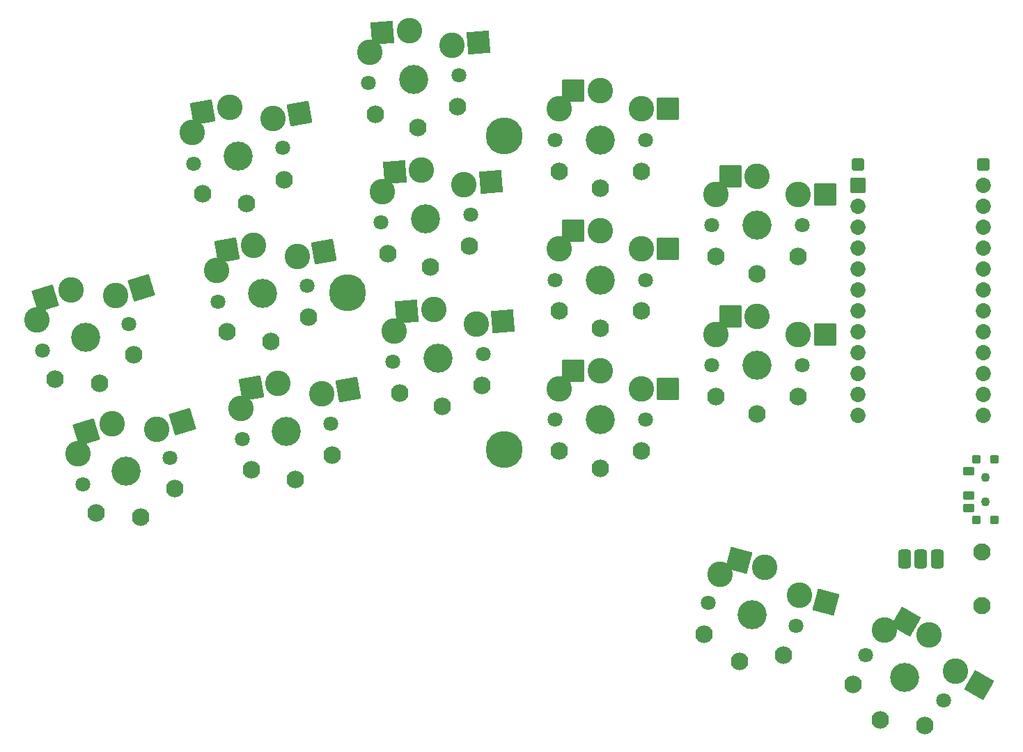
<source format=gbs>
%TF.GenerationSoftware,KiCad,Pcbnew,(6.0.4-0)*%
%TF.CreationDate,2022-04-29T17:53:29+02:00*%
%TF.ProjectId,battamini,62617474-616d-4696-9e69-2e6b69636164,v1.0.0*%
%TF.SameCoordinates,Original*%
%TF.FileFunction,Soldermask,Bot*%
%TF.FilePolarity,Negative*%
%FSLAX46Y46*%
G04 Gerber Fmt 4.6, Leading zero omitted, Abs format (unit mm)*
G04 Created by KiCad (PCBNEW (6.0.4-0)) date 2022-04-29 17:53:29*
%MOMM*%
%LPD*%
G01*
G04 APERTURE LIST*
G04 Aperture macros list*
%AMRoundRect*
0 Rectangle with rounded corners*
0 $1 Rounding radius*
0 $2 $3 $4 $5 $6 $7 $8 $9 X,Y pos of 4 corners*
0 Add a 4 corners polygon primitive as box body*
4,1,4,$2,$3,$4,$5,$6,$7,$8,$9,$2,$3,0*
0 Add four circle primitives for the rounded corners*
1,1,$1+$1,$2,$3*
1,1,$1+$1,$4,$5*
1,1,$1+$1,$6,$7*
1,1,$1+$1,$8,$9*
0 Add four rect primitives between the rounded corners*
20,1,$1+$1,$2,$3,$4,$5,0*
20,1,$1+$1,$4,$5,$6,$7,0*
20,1,$1+$1,$6,$7,$8,$9,0*
20,1,$1+$1,$8,$9,$2,$3,0*%
G04 Aperture macros list end*
%ADD10C,4.500000*%
%ADD11RoundRect,0.425000X-0.375000X-0.750000X0.375000X-0.750000X0.375000X0.750000X-0.375000X0.750000X0*%
%ADD12C,2.100000*%
%ADD13C,3.100000*%
%ADD14C,1.801800*%
%ADD15C,3.529000*%
%ADD16RoundRect,0.050000X-1.054507X-1.505993X1.505993X-1.054507X1.054507X1.505993X-1.505993X1.054507X0*%
%ADD17C,2.132000*%
%ADD18RoundRect,0.050000X-1.181751X-1.408356X1.408356X-1.181751X1.181751X1.408356X-1.408356X1.181751X0*%
%ADD19RoundRect,0.050000X-1.300000X-1.300000X1.300000X-1.300000X1.300000X1.300000X-1.300000X1.300000X0*%
%ADD20RoundRect,0.050000X-1.775833X-0.475833X0.475833X-1.775833X1.775833X0.475833X-0.475833X1.775833X0*%
%ADD21RoundRect,0.050000X-0.450000X0.450000X-0.450000X-0.450000X0.450000X-0.450000X0.450000X0.450000X0*%
%ADD22C,1.100000*%
%ADD23RoundRect,0.050000X-0.625000X0.450000X-0.625000X-0.450000X0.625000X-0.450000X0.625000X0.450000X0*%
%ADD24RoundRect,0.050000X-0.863113X-1.623279X1.623279X-0.863113X0.863113X1.623279X-1.623279X0.863113X0*%
%ADD25RoundRect,0.050000X-1.592168X-0.919239X0.919239X-1.592168X1.592168X0.919239X-0.919239X1.592168X0*%
%ADD26RoundRect,0.050000X-0.876300X0.876300X-0.876300X-0.876300X0.876300X-0.876300X0.876300X0.876300X0*%
%ADD27C,1.852600*%
%ADD28RoundRect,0.425000X-0.375000X-0.375000X0.375000X-0.375000X0.375000X0.375000X-0.375000X0.375000X0*%
G04 APERTURE END LIST*
D10*
%TO.C,REF\u002A\u002A*%
X84733251Y88139120D03*
X103783251Y107189120D03*
X103783251Y69089120D03*
%TD*%
D11*
%TO.C,PAD1*%
X152411087Y55816483D03*
X156411087Y55816483D03*
X154411087Y55816483D03*
%TD*%
D12*
%TO.C,B1*%
X161850000Y50090000D03*
X161850000Y56590000D03*
%TD*%
D13*
%TO.C,S11*%
X75659968Y109306337D03*
X70353903Y110604673D03*
X70353903Y110604673D03*
D14*
X65970667Y103790002D03*
D13*
X65811891Y107569855D03*
D15*
X71387110Y104745067D03*
D14*
X76803553Y105700132D03*
D16*
X67128658Y110035975D03*
X78885213Y109875035D03*
%TD*%
D14*
%TO.C,S34*%
X157191785Y38610213D03*
D15*
X152428645Y41360213D03*
D14*
X147665505Y44110213D03*
D17*
X146198518Y40569316D03*
X154858772Y35569316D03*
X149478645Y36250663D03*
X149478645Y36250663D03*
%TD*%
D15*
%TO.C,S15*%
X94221643Y97114167D03*
D14*
X99700714Y97593524D03*
D13*
X98875782Y101285676D03*
X93703066Y103041525D03*
X93703066Y103041525D03*
X88913835Y100414118D03*
D14*
X88742572Y96634810D03*
D18*
X90440529Y102756090D03*
X102138320Y101571111D03*
%TD*%
D13*
%TO.C,S21*%
X115411087Y95636017D03*
D14*
X109911087Y89686017D03*
D13*
X115411087Y95636017D03*
X120411087Y93436017D03*
D14*
X120911087Y89686017D03*
D13*
X110411087Y93436017D03*
D15*
X115411087Y89686017D03*
D19*
X112136087Y95636017D03*
X123686087Y93436017D03*
%TD*%
D14*
%TO.C,S8*%
X71874705Y70306538D03*
X82707591Y72216668D03*
D15*
X77291148Y71261603D03*
D17*
X73026972Y66651093D03*
X82875050Y68387574D03*
X78315672Y65451237D03*
X78315672Y65451237D03*
%TD*%
D15*
%TO.C,S14*%
X95703291Y80178857D03*
D14*
X101182362Y80658214D03*
X90224220Y79699500D03*
D17*
X91053509Y75957538D03*
X101015456Y76829096D03*
X96217510Y74301308D03*
X96217510Y74301308D03*
%TD*%
D15*
%TO.C,S20*%
X115411087Y72686017D03*
D14*
X109911087Y72686017D03*
X120911087Y72686017D03*
D17*
X120411087Y68886017D03*
X110411087Y68886017D03*
X115411087Y66786017D03*
X115411087Y66786017D03*
%TD*%
D14*
%TO.C,S28*%
X129017334Y79310985D03*
X140017334Y79310985D03*
D15*
X134517334Y79310985D03*
D17*
X129517334Y75510985D03*
X139517334Y75510985D03*
X134517334Y73410985D03*
X134517334Y73410985D03*
%TD*%
D13*
%TO.C,S29*%
X134517334Y102260985D03*
X134517334Y102260985D03*
D14*
X140017334Y96310985D03*
D15*
X134517334Y96310985D03*
D13*
X139517334Y100060985D03*
X129517334Y100060985D03*
D14*
X129017334Y96310985D03*
D19*
X131242334Y102260985D03*
X142792334Y100060985D03*
%TD*%
D15*
%TO.C,S33*%
X152428645Y41360213D03*
D13*
X155403645Y46513064D03*
X149973518Y47107808D03*
D14*
X147665505Y44110213D03*
D13*
X155403645Y46513064D03*
X158633772Y42107808D03*
D14*
X157191785Y38610213D03*
D20*
X152567412Y48150564D03*
X161470005Y40470308D03*
%TD*%
D13*
%TO.C,S7*%
X71715929Y74086391D03*
X81564006Y75822873D03*
X76257941Y77121209D03*
D14*
X71874705Y70306538D03*
D13*
X76257941Y77121209D03*
D14*
X82707591Y72216668D03*
D15*
X77291148Y71261603D03*
D16*
X73032696Y76552511D03*
X84789251Y76391571D03*
%TD*%
D21*
%TO.C,T2*%
X163387367Y60512667D03*
X163387367Y67912667D03*
X161187367Y60512667D03*
X161187367Y67912667D03*
D22*
X162287367Y65712667D03*
X162287367Y62712667D03*
D23*
X160212367Y66462667D03*
X160212367Y63462667D03*
X160212367Y61962667D03*
%TD*%
D15*
%TO.C,S5*%
X52842259Y82729963D03*
D14*
X58101935Y84338007D03*
D13*
X51102647Y88419976D03*
X51102647Y88419976D03*
D14*
X47582583Y81121919D03*
D13*
X46964341Y84854247D03*
X56527389Y87777964D03*
D24*
X47970749Y87462459D03*
X59659287Y88735482D03*
%TD*%
D13*
%TO.C,S27*%
X129517334Y83060985D03*
D14*
X140017334Y79310985D03*
D15*
X134517334Y79310985D03*
D13*
X139517334Y83060985D03*
X134517334Y85260985D03*
X134517334Y85260985D03*
D14*
X129017334Y79310985D03*
D19*
X131242334Y85260985D03*
X142792334Y83060985D03*
%TD*%
D13*
%TO.C,S9*%
X68763910Y90828123D03*
D15*
X74339129Y88003335D03*
D13*
X73305922Y93862941D03*
X78611987Y92564605D03*
D14*
X68922686Y87048270D03*
D13*
X73305922Y93862941D03*
D14*
X79755572Y88958400D03*
D16*
X70080677Y93294243D03*
X81837232Y93133303D03*
%TD*%
D14*
%TO.C,S16*%
X99700714Y97593524D03*
D15*
X94221643Y97114167D03*
D14*
X88742572Y96634810D03*
D17*
X99533808Y93764406D03*
X89571861Y92892848D03*
X94735862Y91236618D03*
X94735862Y91236618D03*
%TD*%
D14*
%TO.C,S30*%
X140017334Y96310985D03*
X129017334Y96310985D03*
D15*
X134517334Y96310985D03*
D17*
X139517334Y92510985D03*
X129517334Y92510985D03*
X134517334Y90410985D03*
X134517334Y90410985D03*
%TD*%
D14*
%TO.C,S13*%
X90224220Y79699500D03*
X101182362Y80658214D03*
D15*
X95703291Y80178857D03*
D13*
X95184714Y86106215D03*
X100357430Y84350366D03*
X95184714Y86106215D03*
X90395483Y83478808D03*
D18*
X91922177Y85820780D03*
X103619968Y84635801D03*
%TD*%
D14*
%TO.C,S24*%
X109911087Y106686017D03*
X120911087Y106686017D03*
D15*
X115411087Y106686017D03*
D17*
X110411087Y102886017D03*
X120411087Y102886017D03*
X115411087Y100786017D03*
X115411087Y100786017D03*
%TD*%
D14*
%TO.C,S17*%
X87260925Y113570120D03*
D15*
X92739996Y114049477D03*
D14*
X98219067Y114528834D03*
D13*
X87432188Y117349428D03*
X97394135Y118220986D03*
X92221419Y119976835D03*
X92221419Y119976835D03*
D18*
X88958882Y119691400D03*
X100656673Y118506421D03*
%TD*%
D14*
%TO.C,S4*%
X52552902Y64864738D03*
X63072254Y68080826D03*
D15*
X57812578Y66472782D03*
D17*
X54142067Y61376965D03*
X63705114Y64300682D03*
X59537571Y60830584D03*
X59537571Y60830584D03*
%TD*%
D14*
%TO.C,S10*%
X79755572Y88958400D03*
X68922686Y87048270D03*
D15*
X74339129Y88003335D03*
D17*
X70074953Y83392825D03*
X79923031Y85129306D03*
X75363653Y82192969D03*
X75363653Y82192969D03*
%TD*%
D14*
%TO.C,S22*%
X109911087Y89686017D03*
X120911087Y89686017D03*
D15*
X115411087Y89686017D03*
D17*
X110411087Y85886017D03*
X120411087Y85886017D03*
X115411087Y83786017D03*
X115411087Y83786017D03*
%TD*%
D15*
%TO.C,S31*%
X133891046Y49038738D03*
D14*
X128578454Y50462243D03*
D13*
X135431019Y54785997D03*
X139691247Y51366865D03*
X135431019Y54785997D03*
X130031988Y53955055D03*
D14*
X139203638Y47615233D03*
D25*
X132267612Y55633629D03*
X142854654Y50519232D03*
%TD*%
D26*
%TO.C,MCU1*%
X146737213Y101142542D03*
D27*
X146737213Y98602542D03*
X146737213Y96062542D03*
X146737213Y93522542D03*
X146737213Y90982542D03*
X146737213Y88442542D03*
X146737213Y85902542D03*
X146737213Y83362542D03*
X146737213Y80822542D03*
X146737213Y78282542D03*
X146737213Y75742542D03*
X146737213Y73202542D03*
X161977213Y101142542D03*
X161977213Y98602542D03*
X161977213Y96062542D03*
X161977213Y93522542D03*
X161977213Y90982542D03*
X161977213Y88442542D03*
X161977213Y85902542D03*
X161977213Y83362542D03*
X161977213Y80822542D03*
X161977213Y78282542D03*
X161977213Y75742542D03*
X161977213Y73202542D03*
D28*
X146737213Y103682542D03*
X161977213Y103682542D03*
%TD*%
D14*
%TO.C,S3*%
X52552902Y64864738D03*
D13*
X51934660Y68597066D03*
D15*
X57812578Y66472782D03*
D13*
X61497708Y71520783D03*
X56072966Y72162795D03*
X56072966Y72162795D03*
D14*
X63072254Y68080826D03*
D24*
X52941068Y71205278D03*
X64629606Y72478301D03*
%TD*%
D14*
%TO.C,S32*%
X139203638Y47615233D03*
D15*
X133891046Y49038738D03*
D14*
X128578454Y50462243D03*
D17*
X137737163Y44074125D03*
X128077904Y46662315D03*
X132364014Y43339776D03*
X132364014Y43339776D03*
%TD*%
D15*
%TO.C,S12*%
X71387110Y104745067D03*
D14*
X65970667Y103790002D03*
X76803553Y105700132D03*
D17*
X76971012Y101871038D03*
X67122934Y100134557D03*
X72411634Y98934701D03*
X72411634Y98934701D03*
%TD*%
D15*
%TO.C,S23*%
X115411087Y106686017D03*
D14*
X120911087Y106686017D03*
D13*
X115411087Y112636017D03*
X115411087Y112636017D03*
X110411087Y110436017D03*
X120411087Y110436017D03*
D14*
X109911087Y106686017D03*
D19*
X112136087Y112636017D03*
X123686087Y110436017D03*
%TD*%
D14*
%TO.C,S6*%
X47582583Y81121919D03*
X58101935Y84338007D03*
D15*
X52842259Y82729963D03*
D17*
X49171748Y77634146D03*
X58734795Y80557863D03*
X54567252Y77087765D03*
X54567252Y77087765D03*
%TD*%
D15*
%TO.C,S19*%
X115411087Y72686017D03*
D13*
X115411087Y78636017D03*
X110411087Y76436017D03*
D14*
X120911087Y72686017D03*
X109911087Y72686017D03*
D13*
X120411087Y76436017D03*
X115411087Y78636017D03*
D19*
X112136087Y78636017D03*
X123686087Y76436017D03*
%TD*%
D14*
%TO.C,S18*%
X98219067Y114528834D03*
D15*
X92739996Y114049477D03*
D14*
X87260925Y113570120D03*
D17*
X88090214Y109828158D03*
X98052161Y110699716D03*
X93254215Y108171928D03*
X93254215Y108171928D03*
%TD*%
M02*

</source>
